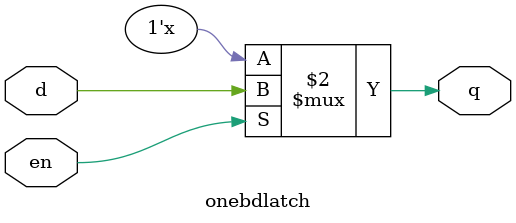
<source format=v>
module onebdlatch(
    input wire d,
    input wire en,
    output reg q
);

    always @(en or d)
    begin
        if(en)
        begin
            q <= d;
        end
    end
    endmodule
</source>
